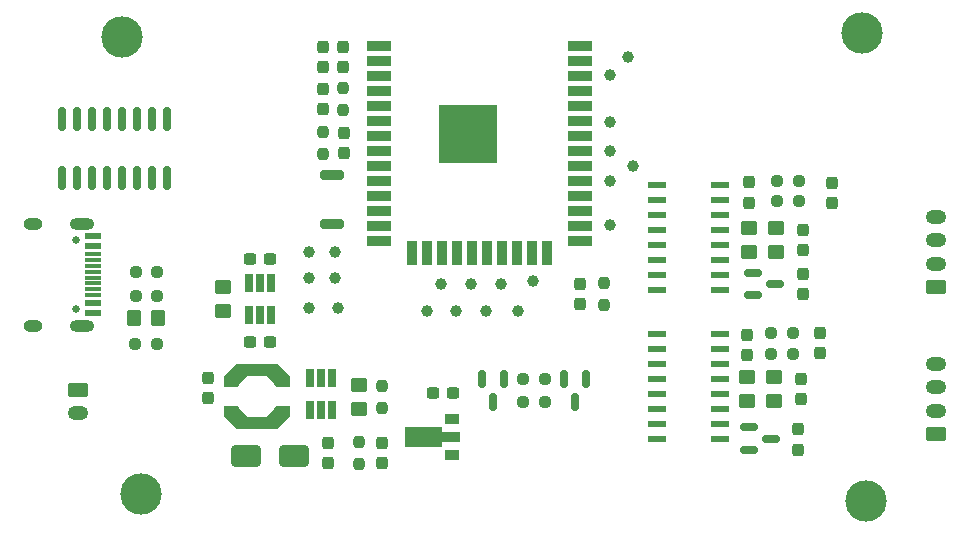
<source format=gbr>
%TF.GenerationSoftware,KiCad,Pcbnew,(7.0.0)*%
%TF.CreationDate,2023-04-13T18:09:42+05:30*%
%TF.ProjectId,smart_toilet,736d6172-745f-4746-9f69-6c65742e6b69,rev?*%
%TF.SameCoordinates,Original*%
%TF.FileFunction,Soldermask,Top*%
%TF.FilePolarity,Negative*%
%FSLAX46Y46*%
G04 Gerber Fmt 4.6, Leading zero omitted, Abs format (unit mm)*
G04 Created by KiCad (PCBNEW (7.0.0)) date 2023-04-13 18:09:42*
%MOMM*%
%LPD*%
G01*
G04 APERTURE LIST*
G04 Aperture macros list*
%AMRoundRect*
0 Rectangle with rounded corners*
0 $1 Rounding radius*
0 $2 $3 $4 $5 $6 $7 $8 $9 X,Y pos of 4 corners*
0 Add a 4 corners polygon primitive as box body*
4,1,4,$2,$3,$4,$5,$6,$7,$8,$9,$2,$3,0*
0 Add four circle primitives for the rounded corners*
1,1,$1+$1,$2,$3*
1,1,$1+$1,$4,$5*
1,1,$1+$1,$6,$7*
1,1,$1+$1,$8,$9*
0 Add four rect primitives between the rounded corners*
20,1,$1+$1,$2,$3,$4,$5,0*
20,1,$1+$1,$4,$5,$6,$7,0*
20,1,$1+$1,$6,$7,$8,$9,0*
20,1,$1+$1,$8,$9,$2,$3,0*%
%AMFreePoly0*
4,1,11,1.467500,1.700000,0.527500,0.844500,0.527500,-0.844500,1.467500,-1.700000,1.467500,-2.755000,0.527500,-2.755000,-0.527500,-1.700000,-0.527500,1.700000,0.527500,2.755000,1.467500,2.755000,1.467500,1.700000,1.467500,1.700000,$1*%
%AMFreePoly1*
4,1,11,0.527500,1.700000,0.527500,-1.700000,-0.527500,-2.755000,-1.467500,-2.755000,-1.467500,-1.700000,-0.527500,-0.844500,-0.527500,0.844500,-1.467500,1.700000,-1.467500,2.755000,-0.527500,2.755000,0.527500,1.700000,0.527500,1.700000,$1*%
%AMFreePoly2*
4,1,9,3.862500,-0.866500,0.737500,-0.866500,0.737500,-0.450000,-0.737500,-0.450000,-0.737500,0.450000,0.737500,0.450000,0.737500,0.866500,3.862500,0.866500,3.862500,-0.866500,3.862500,-0.866500,$1*%
G04 Aperture macros list end*
%ADD10RoundRect,0.250000X-0.450000X0.350000X-0.450000X-0.350000X0.450000X-0.350000X0.450000X0.350000X0*%
%ADD11RoundRect,0.250000X0.450000X-0.350000X0.450000X0.350000X-0.450000X0.350000X-0.450000X-0.350000X0*%
%ADD12RoundRect,0.250000X-0.350000X-0.450000X0.350000X-0.450000X0.350000X0.450000X-0.350000X0.450000X0*%
%ADD13C,1.000000*%
%ADD14RoundRect,0.150000X-0.587500X-0.150000X0.587500X-0.150000X0.587500X0.150000X-0.587500X0.150000X0*%
%ADD15RoundRect,0.250000X0.625000X-0.350000X0.625000X0.350000X-0.625000X0.350000X-0.625000X-0.350000X0*%
%ADD16O,1.750000X1.200000*%
%ADD17RoundRect,0.237500X-0.237500X0.250000X-0.237500X-0.250000X0.237500X-0.250000X0.237500X0.250000X0*%
%ADD18RoundRect,0.237500X0.250000X0.237500X-0.250000X0.237500X-0.250000X-0.237500X0.250000X-0.237500X0*%
%ADD19RoundRect,0.237500X0.237500X-0.300000X0.237500X0.300000X-0.237500X0.300000X-0.237500X-0.300000X0*%
%ADD20C,0.650000*%
%ADD21R,1.450000X0.600000*%
%ADD22R,1.450000X0.300000*%
%ADD23O,2.100000X1.000000*%
%ADD24O,1.600000X1.000000*%
%ADD25RoundRect,0.250000X1.000000X0.650000X-1.000000X0.650000X-1.000000X-0.650000X1.000000X-0.650000X0*%
%ADD26RoundRect,0.200000X-0.800000X0.200000X-0.800000X-0.200000X0.800000X-0.200000X0.800000X0.200000X0*%
%ADD27C,3.500000*%
%ADD28R,0.650000X1.560000*%
%ADD29RoundRect,0.237500X-0.237500X0.300000X-0.237500X-0.300000X0.237500X-0.300000X0.237500X0.300000X0*%
%ADD30RoundRect,0.237500X0.237500X-0.287500X0.237500X0.287500X-0.237500X0.287500X-0.237500X-0.287500X0*%
%ADD31RoundRect,0.150000X-0.150000X0.587500X-0.150000X-0.587500X0.150000X-0.587500X0.150000X0.587500X0*%
%ADD32FreePoly0,270.000000*%
%ADD33FreePoly1,270.000000*%
%ADD34RoundRect,0.041300X0.748700X0.253700X-0.748700X0.253700X-0.748700X-0.253700X0.748700X-0.253700X0*%
%ADD35RoundRect,0.237500X-0.300000X-0.237500X0.300000X-0.237500X0.300000X0.237500X-0.300000X0.237500X0*%
%ADD36RoundRect,0.250000X-0.625000X0.350000X-0.625000X-0.350000X0.625000X-0.350000X0.625000X0.350000X0*%
%ADD37RoundRect,0.150000X-0.150000X0.825000X-0.150000X-0.825000X0.150000X-0.825000X0.150000X0.825000X0*%
%ADD38RoundRect,0.237500X-0.250000X-0.237500X0.250000X-0.237500X0.250000X0.237500X-0.250000X0.237500X0*%
%ADD39R,1.300000X0.900000*%
%ADD40FreePoly2,180.000000*%
%ADD41RoundRect,0.237500X0.237500X-0.250000X0.237500X0.250000X-0.237500X0.250000X-0.237500X-0.250000X0*%
%ADD42R,5.000000X5.000000*%
%ADD43R,2.000000X0.900000*%
%ADD44R,0.900000X2.000000*%
%ADD45RoundRect,0.237500X0.300000X0.237500X-0.300000X0.237500X-0.300000X-0.237500X0.300000X-0.237500X0*%
G04 APERTURE END LIST*
D10*
%TO.C,R4*%
X165850001Y-99412499D03*
X165850001Y-101412499D03*
%TD*%
%TO.C,R2*%
X165680001Y-112075001D03*
X165680001Y-114075001D03*
%TD*%
D11*
%TO.C,R8*%
X132750000Y-114750000D03*
X132750000Y-112750000D03*
%TD*%
D10*
%TO.C,R3*%
X168100001Y-99412500D03*
X168100001Y-101412500D03*
%TD*%
%TO.C,R1*%
X167930001Y-112074999D03*
X167930001Y-114074999D03*
%TD*%
D11*
%TO.C,R19*%
X121250000Y-106450000D03*
X121250000Y-104450000D03*
%TD*%
D12*
%TO.C,R16*%
X113750000Y-107000000D03*
X115750000Y-107000000D03*
%TD*%
D13*
%TO.C,TP21*%
X142275000Y-104175000D03*
%TD*%
%TO.C,TP20*%
X143525000Y-106425000D03*
%TD*%
%TO.C,TP19*%
X141025000Y-106425000D03*
%TD*%
%TO.C,TP18*%
X139775000Y-104175000D03*
%TD*%
%TO.C,TP17*%
X146275000Y-106425000D03*
%TD*%
%TO.C,TP16*%
X144775000Y-104175000D03*
%TD*%
%TO.C,TP15*%
X128525000Y-103675000D03*
%TD*%
%TO.C,TP14*%
X128525000Y-106175000D03*
%TD*%
%TO.C,TP13*%
X130775000Y-103675000D03*
%TD*%
%TO.C,TP12*%
X131025000Y-106175000D03*
%TD*%
%TO.C,TP11*%
X155525000Y-84925000D03*
%TD*%
%TO.C,TP10*%
X154025000Y-86425000D03*
%TD*%
%TO.C,TP9*%
X154025000Y-90425000D03*
%TD*%
%TO.C,TP8*%
X154025000Y-92925000D03*
%TD*%
%TO.C,TP7*%
X156025000Y-94175000D03*
%TD*%
%TO.C,TP6*%
X147525000Y-103925000D03*
%TD*%
%TO.C,TP5*%
X128525000Y-101425000D03*
%TD*%
%TO.C,TP4*%
X138525000Y-106425000D03*
%TD*%
%TO.C,TP3*%
X130775000Y-101425000D03*
%TD*%
%TO.C,TP2*%
X154025000Y-95425000D03*
%TD*%
%TO.C,TP1*%
X154025000Y-99175000D03*
%TD*%
D14*
%TO.C,Q2*%
X165812500Y-116300000D03*
X165812500Y-118200000D03*
X167687500Y-117250000D03*
%TD*%
D15*
%TO.C,J2*%
X181650000Y-116900000D03*
D16*
X181649999Y-114899999D03*
X181649999Y-112899999D03*
X181649999Y-110899999D03*
%TD*%
D17*
%TO.C,R7*%
X134750000Y-112837500D03*
X134750000Y-114662500D03*
%TD*%
D18*
%TO.C,R11*%
X169505001Y-110074999D03*
X167680001Y-110074999D03*
%TD*%
D19*
%TO.C,C10*%
X169940001Y-118182500D03*
X169940001Y-116457500D03*
%TD*%
D20*
%TO.C,J5*%
X108800000Y-100470000D03*
X108800000Y-106250000D03*
D21*
X110244999Y-100109999D03*
X110244999Y-100909999D03*
D22*
X110244999Y-102109999D03*
X110244999Y-103109999D03*
X110244999Y-103609999D03*
X110244999Y-104609999D03*
D21*
X110244999Y-105809999D03*
X110244999Y-106609999D03*
X110244999Y-106609999D03*
X110244999Y-105809999D03*
D22*
X110244999Y-105109999D03*
X110244999Y-104109999D03*
X110244999Y-102609999D03*
X110244999Y-101609999D03*
D21*
X110244999Y-100909999D03*
X110244999Y-100109999D03*
D23*
X109329999Y-99039999D03*
D24*
X105149999Y-99039999D03*
D23*
X109329999Y-107679999D03*
D24*
X105149999Y-107679999D03*
%TD*%
D25*
%TO.C,D1*%
X127250000Y-118700000D03*
X123250000Y-118700000D03*
%TD*%
D26*
%TO.C,SW1*%
X130500000Y-94900000D03*
X130500000Y-99100000D03*
%TD*%
D19*
%TO.C,C2*%
X171790001Y-110024999D03*
X171790001Y-108299999D03*
%TD*%
D27*
%TO.C,H1*%
X112700000Y-83250000D03*
%TD*%
D28*
%TO.C,U3*%
X128599999Y-114849999D03*
X129549999Y-114849999D03*
X130499999Y-114849999D03*
X130499999Y-112149999D03*
X129549999Y-112149999D03*
X128599999Y-112149999D03*
%TD*%
D19*
%TO.C,C11*%
X165680002Y-110187500D03*
X165680002Y-108462500D03*
%TD*%
D29*
%TO.C,C15*%
X134750000Y-117587500D03*
X134750000Y-119312500D03*
%TD*%
D30*
%TO.C,D2*%
X151500000Y-105875000D03*
X151500000Y-104125000D03*
%TD*%
D31*
%TO.C,Q3*%
X152012500Y-112237500D03*
X150112500Y-112237500D03*
X151062500Y-114112500D03*
%TD*%
D32*
%TO.C,L1*%
X124150000Y-111472500D03*
D33*
X124150000Y-115927500D03*
%TD*%
D31*
%TO.C,Q4*%
X145062500Y-112237500D03*
X143162500Y-112237500D03*
X144112500Y-114112500D03*
%TD*%
D34*
%TO.C,U2*%
X163350000Y-117270000D03*
X163350000Y-116000000D03*
X163350000Y-114730000D03*
X163350000Y-113460000D03*
X163350000Y-112190000D03*
X163350000Y-110920000D03*
X163350000Y-109650000D03*
X163350000Y-108380000D03*
X158010000Y-108380000D03*
X158010000Y-109650000D03*
X158010000Y-110920000D03*
X158010000Y-112190000D03*
X158010000Y-113460000D03*
X158010000Y-114730000D03*
X158010000Y-116000000D03*
X158010000Y-117270000D03*
%TD*%
D35*
%TO.C,C18*%
X123537500Y-109050000D03*
X125262500Y-109050000D03*
%TD*%
D29*
%TO.C,C7*%
X120000000Y-112087500D03*
X120000000Y-113812500D03*
%TD*%
D18*
%TO.C,R9*%
X146700000Y-114175000D03*
X148525000Y-114175000D03*
%TD*%
D19*
%TO.C,C13*%
X129700000Y-85825000D03*
X129700000Y-84100000D03*
%TD*%
D18*
%TO.C,R15*%
X115662500Y-109250000D03*
X113837500Y-109250000D03*
%TD*%
D36*
%TO.C,J1*%
X108960000Y-113110000D03*
D16*
X108959999Y-115109999D03*
%TD*%
D37*
%TO.C,U5*%
X116560000Y-90230000D03*
X115290000Y-90230000D03*
X114020000Y-90230000D03*
X112750000Y-90230000D03*
X111480000Y-90230000D03*
X110210000Y-90230000D03*
X108940000Y-90230000D03*
X107670000Y-90230000D03*
X107670000Y-95180000D03*
X108940000Y-95180000D03*
X110210000Y-95180000D03*
X111480000Y-95180000D03*
X112750000Y-95180000D03*
X114020000Y-95180000D03*
X115290000Y-95180000D03*
X116560000Y-95180000D03*
%TD*%
D38*
%TO.C,R10*%
X167680000Y-108325000D03*
X169505000Y-108325000D03*
%TD*%
%TO.C,R12*%
X146700000Y-112175000D03*
X148525000Y-112175000D03*
%TD*%
D39*
%TO.C,U6*%
X140649999Y-118624999D03*
D40*
X140562500Y-117125000D03*
D39*
X140649999Y-115624999D03*
%TD*%
D14*
%TO.C,Q1*%
X166162501Y-103212500D03*
X166162501Y-105112500D03*
X168037501Y-104162500D03*
%TD*%
D15*
%TO.C,J3*%
X181650000Y-104455000D03*
D16*
X181649999Y-102454999D03*
X181649999Y-100454999D03*
X181649999Y-98454999D03*
%TD*%
D29*
%TO.C,C12*%
X129700000Y-87612500D03*
X129700000Y-89337500D03*
%TD*%
D19*
%TO.C,C5*%
X172800000Y-97307500D03*
X172800000Y-95582500D03*
%TD*%
D41*
%TO.C,JP1*%
X129700000Y-93125000D03*
X129700000Y-91300000D03*
%TD*%
%TO.C,JP2*%
X132750000Y-119362500D03*
X132750000Y-117537500D03*
%TD*%
D19*
%TO.C,C6*%
X165850000Y-97275000D03*
X165850000Y-95550000D03*
%TD*%
D27*
%TO.C,H4*%
X175750000Y-122500000D03*
%TD*%
D17*
%TO.C,R13*%
X131450000Y-87562500D03*
X131450000Y-89387500D03*
%TD*%
D42*
%TO.C,U4*%
X141999999Y-91494999D03*
D43*
X151499999Y-83994999D03*
X151499999Y-85264999D03*
X151499999Y-86534999D03*
X151499999Y-87804999D03*
X151499999Y-89074999D03*
X151499999Y-90344999D03*
X151499999Y-91614999D03*
X151499999Y-92884999D03*
X151499999Y-94154999D03*
X151499999Y-95424999D03*
X151499999Y-96694999D03*
X151499999Y-97964999D03*
X151499999Y-99234999D03*
X151499999Y-100504999D03*
D44*
X148714999Y-101504999D03*
X147444999Y-101504999D03*
X146174999Y-101504999D03*
X144904999Y-101504999D03*
X143634999Y-101504999D03*
X142364999Y-101504999D03*
X141094999Y-101504999D03*
X139824999Y-101504999D03*
X138554999Y-101504999D03*
X137284999Y-101504999D03*
D43*
X134499999Y-100504999D03*
X134499999Y-99234999D03*
X134499999Y-97964999D03*
X134499999Y-96694999D03*
X134499999Y-95424999D03*
X134499999Y-94154999D03*
X134499999Y-92884999D03*
X134499999Y-91614999D03*
X134499999Y-90344999D03*
X134499999Y-89074999D03*
X134499999Y-87804999D03*
X134499999Y-86534999D03*
X134499999Y-85264999D03*
X134499999Y-83994999D03*
%TD*%
D28*
%TO.C,U7*%
X123449999Y-106799999D03*
X124399999Y-106799999D03*
X125349999Y-106799999D03*
X125349999Y-104099999D03*
X124399999Y-104099999D03*
X123449999Y-104099999D03*
%TD*%
D27*
%TO.C,H2*%
X175400000Y-82950000D03*
%TD*%
D18*
%TO.C,R17*%
X115700000Y-105150000D03*
X113875000Y-105150000D03*
%TD*%
D19*
%TO.C,C4*%
X170350000Y-101274999D03*
X170350000Y-99549999D03*
%TD*%
%TO.C,C14*%
X131450000Y-85825000D03*
X131450000Y-84100000D03*
%TD*%
D38*
%TO.C,R6*%
X168187501Y-95412500D03*
X170012501Y-95412500D03*
%TD*%
D19*
%TO.C,C1*%
X170180001Y-113937500D03*
X170180001Y-112212500D03*
%TD*%
D41*
%TO.C,R14*%
X153500000Y-105912500D03*
X153500000Y-104087500D03*
%TD*%
D27*
%TO.C,H3*%
X114300000Y-121950000D03*
%TD*%
D19*
%TO.C,C3*%
X170350000Y-105025000D03*
X170350000Y-103300000D03*
%TD*%
D18*
%TO.C,R18*%
X115700000Y-103150000D03*
X113875000Y-103150000D03*
%TD*%
D35*
%TO.C,C17*%
X123537500Y-102050000D03*
X125262500Y-102050000D03*
%TD*%
D19*
%TO.C,C8*%
X130200000Y-119312500D03*
X130200000Y-117587500D03*
%TD*%
D45*
%TO.C,C16*%
X140762500Y-113375000D03*
X139037500Y-113375000D03*
%TD*%
D18*
%TO.C,R5*%
X170012499Y-97162500D03*
X168187499Y-97162500D03*
%TD*%
D29*
%TO.C,C9*%
X131500000Y-91337500D03*
X131500000Y-93062500D03*
%TD*%
D34*
%TO.C,U1*%
X163337500Y-104627501D03*
X163337500Y-103357501D03*
X163337500Y-102087501D03*
X163337500Y-100817501D03*
X163337500Y-99547501D03*
X163337500Y-98277501D03*
X163337500Y-97007501D03*
X163337500Y-95737501D03*
X157997500Y-95737501D03*
X157997500Y-97007501D03*
X157997500Y-98277501D03*
X157997500Y-99547501D03*
X157997500Y-100817501D03*
X157997500Y-102087501D03*
X157997500Y-103357501D03*
X157997500Y-104627501D03*
%TD*%
M02*

</source>
